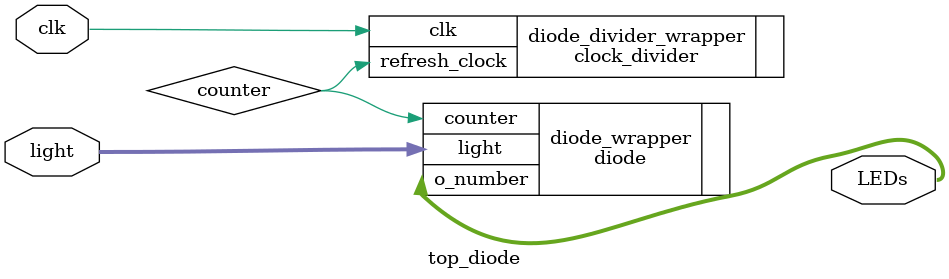
<source format=v>
`timescale 1ns / 1ps

module top_diode(input clk, input [2:0] light, output [2:0] LEDs);
    clock_divider diode_divider_wrapper(.clk(clk), .refresh_clock(counter)/*10khz*/);
    diode diode_wrapper(.counter(counter), .light(light), .o_number(LEDs));
endmodule

</source>
